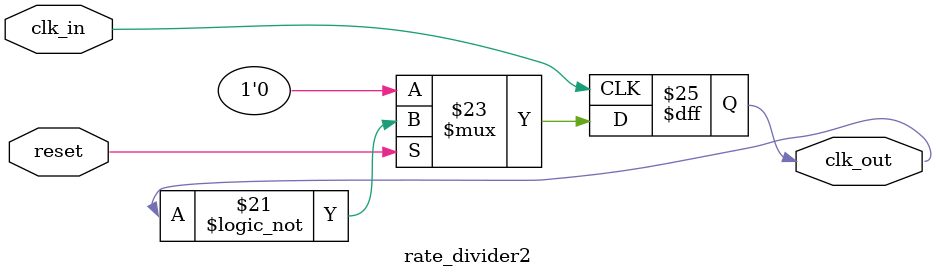
<source format=v>
module connect4(
		CLOCK_50,						//	On Board 50 MHz
		KEY,							//	Push Button[3:0]
		SW,								//	DPDT Switch[17:0]
		VGA_CLK,   						//	VGA Clock
		VGA_HS,							//	VGA H_SYNC
		VGA_VS,								//	VGA V_SYNC
		VGA_BLANK_N,						//	VGA BLANK
		VGA_SYNC_N,						//	VGA SYNC
		VGA_R,   						//	VGA Red[9:0]
		VGA_G,	 						//	VGA Green[9:0]
		VGA_B   						//	VGA Blue[9:0]
	);
	
	input			CLOCK_50;				//	50 MHz
	input	[3:0]	KEY;					//	Button[3:0]
	input	[9:0]	SW;						//	Switches[0:0]
	output			VGA_CLK;   				//	VGA Clock
	output			VGA_HS;					//	VGA H_SYNC
	output			VGA_VS;					//	VGA V_SYNC
	output			VGA_BLANK_N;				//	VGA BLANK
	output			VGA_SYNC_N;				//	VGA SYNC
	output	[9:0]	VGA_R;   				//	VGA Red[9:0]
	output	[9:0]	VGA_G;	 				//	VGA Green[9:0]
	output	[9:0]	VGA_B;   				//	VGA Blue[9:0]
	
	wire resetn;
	assign resetn = KEY[3];
	
	// Create the color, x, y and writeEn wires that are inputs to the controller.

	//wire [2:0] colour;
	wire [7:0] x;
	wire [6:0] y;
	wire writeEn;
	wire [2:0]colour;

	
//	vga_adapter VGA(
//			.resetn(resetn),
//			.clock(CLOCK_50),
//			.colour(colour),
//			.x(x),
//			.y(y),
//			.plot(writeEn),
//			/* Signals for the DAC to drive the monitor. */
//			.VGA_R(VGA_R),
//			.VGA_G(VGA_G),
//			.VGA_B(VGA_B),
//			.VGA_HS(VGA_HS),
//			.VGA_VS(VGA_VS),
//			.VGA_BLANK(VGA_BLANK_N),
//			.VGA_SYNC(VGA_SYNC_N),
//			.VGA_CLK(VGA_CLK));
//		defparam VGA.RESOLUTION = "160x120";
//		defparam VGA.MONOCHROME = "FALSE";
//		defparam VGA.BITS_PER_COLOUR_CHANNEL = 1; //can change to up to 7
//		defparam VGA.BACKGROUND_IMAGE = "black.mif";

		wire inable, ld_col, check, delete, start, grid, del, checkwin;
		wire [1:0]ending;
		//wire [2:0]xcheck, ycheck;
		wire [1:0]win;
		//assign win = 2'b00;
		
	//wincheck w1(.x(xcheck), .y(ycheck), .colour(colour), .win(win));
	
	datapath d1(
			 .clk(CLOCK_50),
			 .columns(SW[6:0]), //SW[6:0]
			 .resetn(resetn),
			 .inable(inable), 
			 .ld_col(ld_col),
			 .check(check),
			 .delete(delete),
			 .checkwin(checkwin),
			 .ending(ending[1:0]), 
			 .start(start),
			 .colour(colour[2:0]),
			 .datax(x),
			 .datay(y),
			 .grid(grid),
			 .del(del),
			 //.xcheck(xcheck[2:0]),
			 //.ycheck(ycheck[2:0]),
			 .win(win)
			 );
			 
			 
	control c1(
    .clk(CLOCK_50),
    .reset(resetn),
    .go(KEY[0]),
	 .win(win[1:0]), //1 decimal
	 .draw(KEY[1]),
	 .restart(KEY[2]),
	 .grid(grid),
	 .del(del),
    .colour(colour),
    .plot(writeEn),
	 .inable(inable),
	 .ld_col(ld_col),
	 .delete(delete),
	 .check(check),
	 .ending(ending[1:0]),
	 .start(start),
	 .checkwin(checkwin)
    );

endmodule 



module control(
    input clk,
    input reset,
    input go,
	 input [1:0]win, //1 decimal
	 input draw,
	 input restart,
	 input grid,
	 input del,
    output reg  [2:0]colour,
    output reg  plot,
	 output reg  inable,
	 output reg  ld_col,
	 output reg  delete,
	 output reg  check,
	 output reg  [1:0]ending,
	 output reg  start,
	 output reg checkwin
    );
	 
    reg [3:0] current_state, next_state;

    
    localparam  START        = 4'd0,
                DRAW_GRID   = 4'd1,
                PLAYER1        = 4'd2,
                PLAYER2   = 4'd3,
					 CHECK1        = 4'd4,
                CHECK2   = 4'd5,
                P1WIN       = 4'd6,
					 DELETE	=4'd7,
					 P2WIN	=4'd8,
					 TIE 		=4'd9,
					 CHECK1_WAIT = 4'd10,
					 CHECK2_WAIT = 4'd11;
					 
	
	 always@(*)
    begin: state_table 
            case (current_state)
                START: next_state = go ? START : DRAW_GRID; // Loop in current state until value is input
                DRAW_GRID: begin
					 if (grid)
						next_state = PLAYER1;
					 else if (!grid)
						next_state = DRAW_GRID; // Loop in current state until go signal goes low
					 if (!restart)
						next_state = DELETE;
                end
					 PLAYER1: begin
					 if (draw)
						next_state = PLAYER1;
					 else if (!draw)
						next_state = CHECK1; // Loop in current state until value is input
					 if (!restart)
						next_state = DELETE;
                end
                CHECK1: begin
					 if (win == 0)
						next_state = CHECK1_WAIT;
					 else if (win == 1)
						next_state = P2WIN; // win might be too slow for current state, might affect next check
 					 else if (win == 2)
						next_state = TIE;// Loop in current state until go signal goes low
					 end
					 
					 CHECK1_WAIT: begin
					 if (draw)
						next_state = PLAYER2;
					 else if (!draw)
						next_state = CHECK1_WAIT; // Loop in current state until value is input
					 if (!restart)
						next_state = DELETE;
                end
                PLAYER2: begin
					 if (draw)
						next_state = PLAYER2;
					 else if (!draw)
						next_state = CHECK2; // Loop in current state until value is input
					 if (!restart)
						next_state = DELETE;
                end
					 
                CHECK2: begin
					 if (win == 0)
						next_state = CHECK2_WAIT;
					 else if (win == 1)
						next_state = P1WIN;
					 else if (win == 2)
						next_state = TIE;// Loop in current state until go signal goes low
					 end
					 
					 CHECK2_WAIT: begin
					 if (draw)
						next_state = PLAYER1;
					 else if (!draw)
						next_state = CHECK2_WAIT; // Loop in current state until value is input
					 if (!restart)
						next_state = DELETE;
                end
					 
                P1WIN: next_state = restart ? P1WIN : DELETE; // Loop in current state until value is input
					 P2WIN: next_state = restart ? P2WIN : DELETE;
					 TIE: next_state = restart ? TIE : DELETE;
                DELETE: next_state = del ? DRAW_GRID : DELETE; // Loop in current state until go signal goes low
            default:     next_state = START;
        endcase
    end // state_table
	 
	 
	 always @(*)
    begin: enable_signals
        // By default make all our signals 0
		  plot = 1'b0;
		  inable = 1'b0;
		  colour = 3'b000;
        ld_col = 1'b0;
		  delete = 1'b0;
		  check = 1'b0;
		  ending = 1'b00;
		  start = 1'b0;
		  checkwin = 1'b0;

        case (current_state)
            START: begin
                plot = 1'b1;
					 start = 1'b1;
                end
            DRAW_GRID: begin
                plot = 1'b1;
					 inable = 1'b1;
					 colour = 3'b111;
                end
            PLAYER1: begin
					 ld_col = 1'b1;
                end
            PLAYER2: begin
					ld_col = 1'b1;
                end
            CHECK1: begin  
                plot = 1'b1;
					 colour = 3'b110;
					 check = 1'b1;
					 end
            CHECK2: begin  
                plot = 1'b1;
					 colour = 3'b001;
					 check = 1'b1;
					 end
				P1WIN: begin 
                plot = 1'b1;
					 colour = 3'b110;
					 ending = 2'b01; //print win in 110
            end
				P2WIN: begin 
                plot = 1'b1;
					 colour = 3'b001;
					 ending = 2'b10; //print win in 001
            end
				TIE: begin 
                plot = 1'b1;
					 colour = 3'b111;
					 ending = 2'b11; //print tie in 111
            end
				DELETE: begin
                plot = 1'b1;
					 delete = 1'b1;
					 colour = 3'b000;
					 start = 1'b1;
            end
				
				CHECK1_WAIT: begin  
					 colour = 3'b110;
					 checkwin = 1'b1;
					 end
            CHECK2_WAIT: begin  
					 colour = 3'b001;
					 checkwin = 1'b1;
					 end
        // default:    // don't need default since we already made sure all of our outputs were assigned a value at the start of the always block
        endcase
    end // enable_signals
	 
	 //wire new_clock = 1'b0;
	 //rate_divider2 r1(.clk_in(clk), .clk_out(new_clock), .reset(resetn)); //might be problem
	 
	 always@(posedge clk)
    begin: state_FFs
        if(!reset)
            current_state <= START;
        else
            current_state <= next_state;
    end // state_FFS
					 
					 
endmodule



module datapath(
    input clk,
	 input [6:0]columns, //SW[6:0]
    input resetn,
    input inable, 
    input ld_col,
    input check,
    input delete,
	 input checkwin,
	 input [1:0]ending, 
	 input start,
	 input [2:0]colour,
    output reg [7:0]datax,
	 output reg [6:0]datay,
	 output reg grid,
	 output reg del,
	 //output reg [2:0]xcheck,
	 //output reg [2:0]ycheck,
	 output reg [1:0]win
    );
	 
	reg [5:0]tie = 6'b0;
	reg [9:0] c = 0;
	integer i = 0;
	integer j = 0;
	initial win = 0;
    
	 reg [7:0]chip_x;
	 reg [6:0]curry= 7'b1011000;
	 reg [6:0]y1 = 7'b1011000;
	 reg [6:0]y2 = 7'b1011000;
	 reg [6:0]y3 = 7'b1011000;
	 reg [6:0]y4 = 7'b1011000;
	 reg [6:0]y5 = 7'b1011000;
	 reg [6:0]y6 = 7'b1011000;
	 reg [6:0]y7 = 7'b1011000;

	 reg [7:0]col1 = 8'b00011000 + 3'b111;
	 reg [7:0]col2 = 8'b00011000 + 3'b111 + 5'b01110;
	 reg [7:0]col3 = 8'b00011000 + 3'b111 + 5'b01110 + 5'b01110;
	 reg [7:0]col4 = 8'b00011000 + 3'b111 + 5'b01110 + 5'b01110 + 5'b01110;
	 reg [7:0]col5 = 8'b00011000 + 3'b111 + 5'b01110 + 5'b01110 + 5'b01110 + 5'b01110;
	 reg [7:0]col6 = 8'b00011000 + 3'b111 + 5'b01110 + 5'b01110 + 5'b01110 + 5'b01110 + 5'b01110;
	 reg [7:0]col7 = 8'b00011000 + 3'b111 + 5'b01110 + 5'b01110 + 5'b01110 + 5'b01110 + 5'b01110 + 5'b01110;
    // input registers
	 reg [7:0]x = 8'b00011000;
	 reg [6:0]y = 7'b0001011;
	 
	 
	 reg enable  = 1'b1;
	 reg enable1 = 1'b0;
	 
	 reg [7:0]x0 = 8'b00011000;
	 reg [6:0]y0 = 7'b0001011;
	 
	 reg enable2 = 1'b1;
	 
	 reg count = 1'd0;
	 reg count1 = 1'd0;
	 
	 reg enable3 = 1'b1;
	 
	 reg [2:0]xcheck;
	 reg [2:0]ycheck;
	 
	 reg [0:6] list1[0:5];
	 initial begin
	 for (i = 0; i < 6; i= i + 1)
	 begin
		list1[i] = 7'h0;
//{7'h0, 7'h0, 7'h0, 7'h0, 7'h0, 7'h0};
	end
end

reg [0:6] list2[0:5];
initial begin
	for (i = 0; i < 6; i= i + 1)
	begin
		list2[i] = 7'h0;
//{7'h0, 7'h0, 7'h0, 7'h0, 7'h0, 7'h0};
	end
end
	 
	 
	 //wire result; // output of check win function
	 
    
	 always @(posedge clk)//&& (enable||enable1))
		begin
			if (!resetn) begin
				x <= 8'b00011000;
				y <= 7'b0001011;
				x0 <= 8'b00011000;
				y0 <= 7'b0001011;
				enable1 <= 1'b0;
				curry <= 7'b1011000;
				y1 <= 7'b1011000;
				y2 <= 7'b1011000;
				y3 <= 7'b1011000;
				y4 <= 7'b1011000;
				y5 <= 7'b1011000;
				y6 <= 7'b1011000;
				y7 <= 7'b1011000;
				enable <= 1'b1;
				chip_x <= 8'b0;
				enable2 <= 1'b1;
				count <= 1'd0;
				count1 <= 1'd0;
				enable3 <= 1'b1;
				end
				
			if (start)
				begin
				grid <= 1'b0;
				del <= 1'b0;
				//defparam VGA.BACKGROUND_IMAGE = "start.mif";	
				end
			
			if (inable)
				begin
				if (enable)
					begin
					x <= x + 8'b00000001;
					datax[7:0] <= x[7:0];
					datay[6:0] <= y[6:0];
					end
		 
				if (x > 8'b10001000 - 4'b1110 && enable) begin
					x <= 8'b00011000;
					datax[7:0] <= x;
					y <= y + 7'b0001110;
					datay[6:0] <= y;
					
					end
				if (y > 7'b1101101 - 4'b1110 && enable)
					begin
					enable <= 1'b0;
					y <= 7'b0001011;
					datay[6:0] <= y;
					enable1 <= 1'b1;
					x <= 8'b00011000;
					end
					
				if (enable1)
					begin
					y <= y + 7'b0000001;
					datax[7:0] <= x[7:0];
					datay[6:0] <= y[6:0];
					end
					
				if (y > 7'b1101101 - 4'b1110 && enable1) begin
					y <= 7'b0001011;
					datay[6:0] <= y;
					x <= x + 8'b00001110;
					datax[7:0] <= x;
					
					end
					
				if (x > 8'b10001000 - 4'b1110 && enable1)
					begin
					enable1 <= 1'b0;
					x <= 8'b00011000;
					datax[7:0] <= x;
					grid <= 1'b1;
					del <= 1'b0;
					end
				end
			
			if (check)
				begin
				enable3 <= 1'b1;
				if (curry < 7'b0001011)
					begin
					datax[7:0] <= 8'b0;
					datay[6:0] <= 7'b0;
					end
				else
					begin
					datax[7:0] <= chip_x[7:0];
					datay[6:0] <= curry[6:0];
					if (chip_x[7:0] == col1[7:0])
						begin
						xcheck <= 3'b000;
						end
					else if (chip_x[7:0] == col2[7:0])
						begin
						xcheck <= 3'b001;
						end
					else if (chip_x[7:0] == col3[7:0])
						begin
						xcheck <= 3'b010;
						end
					else if (chip_x[7:0] == col4[7:0])
						begin
						xcheck <= 3'b011;
						end
					else if (chip_x[7:0] == col5[7:0])
						begin
						xcheck <= 3'b100;
						end
					else if (chip_x[7:0] == col6[7:0])
						begin
						xcheck <= 3'b101;
						end
					else if (chip_x[7:0] == col7[7:0])
						begin
						xcheck <= 3'b110;
						end
					
					if (curry[6:0] == 7'b1011000)
						begin
						ycheck <= 3'b101;
						end
					else if (curry[6:0] == 7'b1011000 - 4'b1110)
						begin
						ycheck <= 3'b100;
						end
					else if (curry[6:0] == 7'b1011000 - 4'b1110 - 4'b1110)
						begin
						ycheck <= 3'b011;
						end
					else if (curry[6:0] == 7'b1011000 - 4'b1110 - 4'b1110 - 4'b1110)
						begin
						ycheck <= 3'b010;
						end
					else if (curry[6:0] == 7'b1011000 - 4'b1110 - 4'b1110 - 4'b1110 - 4'b1110)
						begin
						ycheck <= 3'b001;
						end
					else if (curry[6:0] == 7'b1011000 - 4'b1110 - 4'b1110 - 4'b1110 - 4'b1110 - 4'b1110)
						begin
						ycheck <= 3'b000;
						end
					
					end
				//call check win function
				end
				
			if (delete)
				begin
					if (enable2)
						begin
						x0 <= x0 + 8'b00000001;
						datax[7:0] <= x0[7:0];
						datay[6:0] <= y0[6:0];
						end
					if (x0 > 8'b10001000 && enable2) begin
						x0 <= 8'b00011000;
						datax[7:0] <= x0;
						y0 <= y0 + 7'b0000001;
						datay[6:0] <= y0;
						end
					if (y0 > 7'b1101101 && enable2)
						begin
						enable2 <= 1'b0;
						y0 <= 7'b0001011;
						datay[6:0] <= y0;
						x0 <= 8'b00011000;
						count <= 1'd0;
						count1 <= 1'd0;
						del <= 1'b1;
						enable <= 1'b1;
						x <= 8'b00011000;
						y <= 7'b0001011;
						x0 <= 8'b00011000;
						y0 <= 7'b0001011;
						enable1 <= 1'b0;
						curry <= 7'b1101101 - 3'b111;
						y1 <= 7'b1011000;
						y2 <= 7'b1011000;
						y3 <= 7'b1011000;
						y4 <= 7'b1011000;
						y5 <= 7'b1011000;
						y6 <= 7'b1011000;
						y7 <= 7'b1011000;
						enable <= 1'b1;
						chip_x <= 8'b0;
						enable2 <= 1'b1;
						count <= 1'd0;
						count1 <= 1'd0;
						enable3 <= 1'b1;
						end
				end
			if (ending == 1 || ending == 2)
				begin
				if (count == 0)
					begin
						datax[7:0] <= 8'b01010000;
						datay[6:0] <= 7'b0111100;
					end
				else if (count == 1)
					begin
						datax[7:0] <= 8'b01010001;
						datay[6:0] <= 7'b0111101;
					end
				else if (count == 2)
					begin
						datax[7:0] <= 8'b01010010;
						datay[6:0] <= 7'b0111110;
					end
				else if (count == 3)
					begin
						datax[7:0] <= 8'b01001111;
						datay[6:0] <= 7'b0111011;
					end
				else if (count == 4)
					begin
						datax[7:0] <= 8'b01001110;
						datay[6:0] <= 7'b0111010;
					end
				count <= count + 1'd1;
				
				end
			else if (ending == 3)
				begin
				if (count1 == 0)
					begin
						datax[7:0] <= 8'b01010000;
						datay[6:0] <= 7'b0111100;
					end
				else if (count1 == 1)
					begin
						datax[7:0] <= 8'b01010001;
						datay[6:0] <= 7'b0111100;
					end
				else if (count1 == 2)
					begin
						datax[7:0] <= 8'b01010010;
						datay[6:0] <= 7'b0111100;
					end
				else if (count1 == 3)
					begin
						datax[7:0] <= 8'b01001111;
						datay[6:0] <= 7'b0111100;
					end
				else if (count1 == 4)
					begin
						datax[7:0] <= 8'b01001110;
						datay[6:0] <= 7'b0111100;
					end
				count1 <= count1 + 1'd1;
				end
			if(ld_col && enable3)
				begin
				case (columns)
					7'b0000001: begin
									chip_x[7:0] <= col1[7:0];
									curry[6:0] <= y1;
									if (y1 > 7'b0001011)
										begin
										y1 <= y1 - 4'b1110;
										end
									enable3 <= 1'b0;
									end
					
					7'b0000010: begin
									chip_x[7:0] <= col2[7:0];
									curry[6:0] <= y2;
									if (y2 > 7'b0001011)
										begin
										y2 <= y2 - 4'b1110;
										end
										enable3 <= 1'b0;
									end
					
					7'b0000100: begin
									chip_x[7:0] <= col3[7:0];
									curry[6:0] <= y3;
									if (y3 > 7'b0001011)
										begin
										y3 <= y3 - 4'b1110;
										end
										enable3 <= 1'b0;
									end
					
					7'b0001000: begin
									chip_x[7:0] <= col4[7:0];
									curry[6:0] <= y4;
									if (y4 > 7'b0001011)
										begin
										y4 <= y4 - 4'b1110;
										end
										enable3 <= 1'b0;
									end
					
					7'b0010000: begin
									chip_x[7:0] <= col5[7:0];
									curry[6:0] <= y5;
									if (y5 > 7'b0001011)
										begin
										y5 <= y5 - 4'b1110;
										end
										enable3 <= 1'b0;
									end
					
					7'b0100000: begin
									chip_x[7:0] <= col6[7:0];
									curry[6:0] <= y6;
									if (y6 > 7'b0001011)
										begin
										y6 <= y6 - 4'b1110;
										end
										enable3 <= 1'b0;
									end
					
					7'b1000000: begin
									chip_x[7:0] <= col7[7:0];
									curry[6:0] <= y7;
									if (y7 > 7'b0001011)
										begin
										y7 <= y7 - 4'b1110;
										end
										enable3 <= 1'b0;
									end
					default: begin
								chip_x[7:0] <= 8'b0;
								curry[6:0] <= 7'b0;
								end
					endcase
				end
				if (checkwin) begin
					if (colour == 3'b110)
					begin
						if(list1[ycheck][xcheck] == 1'b0)
						begin
						list1[ycheck][xcheck] = 1'b1;
						tie = tie + 1;
						end
					end
					else
					begin
						if(list2[ycheck][xcheck] == 1'b0)
						begin
						list2[ycheck][xcheck] = 1'b1;
						tie = tie + 1;
						end
					end
	
// Horizontal check
for (j = 0; j<4 ; j = j + 1) begin
   for (i = 0; i< 6; i = i + 1) begin
      if (list1[i][j] == 1'b1 && list1[i][j+1] == 1'b1 && list1[i][j+2] == 1'b1
		&& list1[i][j+3] == 1'b1)
          win = 2'b01;
	end
end

//Vertical check
for (i = 0; i< 3 ; i = i + 1 ) begin
    for (j = 0; j<7; j = j + 1) begin
            if (list1[i][j] == 1'b1 && list1[i+1][j] == 1'b1 && list1[i+2][j] == 1'b1 && 
				list1[i+3][j] == 1'b1)
                win = 2'b01;
	end
end
	
for (i = 3; i < 6; i = i + 1)
begin
	for (j=0; j< 4; j = j + 1)
	begin
		if (list1[i][j] == 1'b1 && list1[i-1][j+1] == 1'b1 
			&& list1[i-2][j+2] == 1'b1 && list1[i-3][j+3] == 1'b1)
                win = 2'b01;
	end
end

for (i = 3; i < 6; i= i + 1)
begin
	for (j = 3; j < 7; j = j + 1)
	begin
		if (list1[i][j] == 1'b1 && list1[i-1][j-1] == 1'b1 
			&& list1[i-2][j-2] == 1'b1 && list1[i-3][j-3] == 1'b1)
				win = 2'b01;
	end
end
					 
// Horizontal check
for (j = 0; j<4 ; j = j + 1) begin
   for (i = 0; i< 6; i = i + 1) begin
      if (list2[i][j] == 1'b1 && list2[i][j+1] == 1'b1 && list2[i][j+2] == 1'b1
		&& list2[i][j+3] == 1'b1)
          win = 2'b01;
	end
end

//Vertical check
for (i = 0; i< 3 ; i = i + 1) begin
    for (j = 0; j<7; j = j + 1) begin
            if (list2[i][j] == 1'b1 && list2[i+1][j] == 1'b1 && list2[i+2][j] == 1'b1 && 
				list2[i+3][j] == 1'b1)
                win = 2'b01;
	end
end

//c = 0;
for (i = 3; i < 6; i = i + 1)
begin
	for (j=0; j< 4; j= j + 1)
	begin
		if (list2[i][j] == 1'b1 && list2[i-1][j+1] == 1'b1 
			&& list2[i-2][j+2] == 1'b1 && list2[i-3][j+3] == 1'b1)
                win = 2'b01;
	end
end

//c = 0;
for (i = 3; i < 6; i = i + 1)
begin
	for (j = 3; j < 7; j = j + 1)
	begin
		if (list2[i][j] == 1'b1 && list2[i-1][j-1] == 1'b1 
			&& list2[i-2][j-2] == 1'b1 && list2[i-3][j-3] == 1'b1)
				win = 2'b01;
		  end
end
if (tie == 42)
	win = 2'b10;
end
					
					
					
	
//			if (ld_col)
//				begin
//				if(columns[0] == 1)
//					begin
//					chip_x[7:0] <= col1[7:0];
//					end
//					
//				else if(columns[1] == 1)
//					begin
//					chip_x[7:0] <= col2[7:0];
//					end
//					
//				else if(columns[2] == 1)
//					begin
//					chip_x[7:0] <= col3[7:0];
//					end
//					
//				else if(columns[3] == 1)
//					begin
//					chip_x[7:0] <= col4[7:0];
//					end
//					
//				else if(columns[4] == 1)
//					begin
//					chip_x[7:0] <= col5[7:0];
//					end
//					
//				else if(columns[5] == 1)
//					begin
//					chip_x[7:0] <= col6[7:0];
//					end
//					
//				else if(columns[6] == 1)
//					begin
//					chip_x[7:0] <= col7[7:0];
//					end
//				end
		end
	
	
////	always @(*)
////	begin
//		if(ld_col)
//			begin
//			case (columns)
//				7'b0000001: begin
//								chip_x[7:0] = col1[7:0];
//								curry[6:0] = y1;
//								y1 = y1 - 4'b1110;
//								end
//				
//				7'b0000010: begin
//								chip_x[7:0] = col2[7:0];
//								curry[6:0] = y2;
//								y2 = y2 - 4'b1110;
//								end
//				
//				7'b0000100: begin
//								chip_x[7:0] = col3[7:0];
//								curry[6:0] = y3;
//								y3 = y3 - 4'b1110;
//								end
//				
//				7'b0001000: begin
//								chip_x[7:0] = col4[7:0];
//								curry[6:0] = y4;
//								y4 = y4 - 4'b1110;
//								end
//				
//				7'b0010000: begin
//								chip_x[7:0] = col5[7:0];
//								curry[6:0] = y5;
//								y5 = y5 - 4'b1110;
//								end
//				
//				7'b0100000: begin
//								chip_x[7:0] = col6[7:0];
//								curry[6:0] = y6;
//								y6 = y6 - 4'b1110;
//								end
//				
//				7'b1000000: begin
//								chip_x[7:0] = col7[7:0];
//								curry[6:0] = y7;
//								y7 = y7 - 4'b1110;
//								end
//				default: begin
//							chip_x[7:0] = 8'b0;
//							curry[6:0] = 7'b0;
//							end
//				endcase
//			end
//	 end
endmodule

module rate_divider2(clk_in, clk_out, reset);
		input clk_in;
		input reset;
		output reg clk_out;
		reg [1:0]count_2;
		
		always @(posedge clk_in) 
		begin
			if(!reset)
				clk_out <= 1'b0;
			else
				begin
				clk_out <= !clk_out;
				end
		end
	
endmodule



</source>
